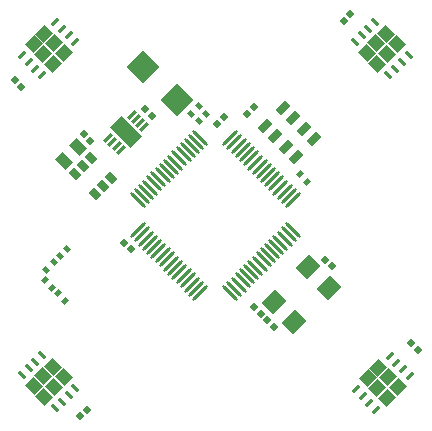
<source format=gbp>
G04 Layer_Color=128*
%FSAX24Y24*%
%MOIN*%
G70*
G01*
G75*
G04:AMPARAMS|DCode=10|XSize=21.7mil|YSize=17.7mil|CornerRadius=0mil|HoleSize=0mil|Usage=FLASHONLY|Rotation=45.000|XOffset=0mil|YOffset=0mil|HoleType=Round|Shape=Rectangle|*
%AMROTATEDRECTD10*
4,1,4,-0.0014,-0.0139,-0.0139,-0.0014,0.0014,0.0139,0.0139,0.0014,-0.0014,-0.0139,0.0*
%
%ADD10ROTATEDRECTD10*%

%ADD11P,0.0290X4X270.0*%
%ADD12P,0.0290X4X360.0*%
G04:AMPARAMS|DCode=19|XSize=21.7mil|YSize=17.7mil|CornerRadius=0mil|HoleSize=0mil|Usage=FLASHONLY|Rotation=315.000|XOffset=0mil|YOffset=0mil|HoleType=Round|Shape=Rectangle|*
%AMROTATEDRECTD19*
4,1,4,-0.0139,0.0014,-0.0014,0.0139,0.0139,-0.0014,0.0014,-0.0139,-0.0139,0.0014,0.0*
%
%ADD19ROTATEDRECTD19*%

G04:AMPARAMS|DCode=43|XSize=13.8mil|YSize=29.5mil|CornerRadius=0mil|HoleSize=0mil|Usage=FLASHONLY|Rotation=45.000|XOffset=0mil|YOffset=0mil|HoleType=Round|Shape=Rectangle|*
%AMROTATEDRECTD43*
4,1,4,0.0056,-0.0153,-0.0153,0.0056,-0.0056,0.0153,0.0153,-0.0056,0.0056,-0.0153,0.0*
%
%ADD43ROTATEDRECTD43*%

G04:AMPARAMS|DCode=45|XSize=13.8mil|YSize=29.5mil|CornerRadius=0mil|HoleSize=0mil|Usage=FLASHONLY|Rotation=135.000|XOffset=0mil|YOffset=0mil|HoleType=Round|Shape=Rectangle|*
%AMROTATEDRECTD45*
4,1,4,0.0153,0.0056,-0.0056,-0.0153,-0.0153,-0.0056,0.0056,0.0153,0.0153,0.0056,0.0*
%
%ADD45ROTATEDRECTD45*%

G04:AMPARAMS|DCode=46|XSize=43.3mil|YSize=23.6mil|CornerRadius=0mil|HoleSize=0mil|Usage=FLASHONLY|Rotation=225.000|XOffset=0mil|YOffset=0mil|HoleType=Round|Shape=Rectangle|*
%AMROTATEDRECTD46*
4,1,4,0.0070,0.0237,0.0237,0.0070,-0.0070,-0.0237,-0.0237,-0.0070,0.0070,0.0237,0.0*
%
%ADD46ROTATEDRECTD46*%

%ADD47P,0.1114X4X90.0*%
G04:AMPARAMS|DCode=48|XSize=96.1mil|YSize=55.1mil|CornerRadius=0mil|HoleSize=0mil|Usage=FLASHONLY|Rotation=135.000|XOffset=0mil|YOffset=0mil|HoleType=Round|Shape=Rectangle|*
%AMROTATEDRECTD48*
4,1,4,0.0535,-0.0145,0.0145,-0.0535,-0.0535,0.0145,-0.0145,0.0535,0.0535,-0.0145,0.0*
%
%ADD48ROTATEDRECTD48*%

G04:AMPARAMS|DCode=49|XSize=9.8mil|YSize=35.4mil|CornerRadius=0mil|HoleSize=0mil|Usage=FLASHONLY|Rotation=135.000|XOffset=0mil|YOffset=0mil|HoleType=Round|Shape=Rectangle|*
%AMROTATEDRECTD49*
4,1,4,0.0160,0.0090,-0.0090,-0.0160,-0.0160,-0.0090,0.0090,0.0160,0.0160,0.0090,0.0*
%
%ADD49ROTATEDRECTD49*%

G04:AMPARAMS|DCode=50|XSize=23.6mil|YSize=35.4mil|CornerRadius=0mil|HoleSize=0mil|Usage=FLASHONLY|Rotation=45.000|XOffset=0mil|YOffset=0mil|HoleType=Round|Shape=Rectangle|*
%AMROTATEDRECTD50*
4,1,4,0.0042,-0.0209,-0.0209,0.0042,-0.0042,0.0209,0.0209,-0.0042,0.0042,-0.0209,0.0*
%
%ADD50ROTATEDRECTD50*%

G04:AMPARAMS|DCode=51|XSize=51.2mil|YSize=33.5mil|CornerRadius=0mil|HoleSize=0mil|Usage=FLASHONLY|Rotation=135.000|XOffset=0mil|YOffset=0mil|HoleType=Round|Shape=Rectangle|*
%AMROTATEDRECTD51*
4,1,4,0.0299,-0.0063,0.0063,-0.0299,-0.0299,0.0063,-0.0063,0.0299,0.0299,-0.0063,0.0*
%
%ADD51ROTATEDRECTD51*%

G04:AMPARAMS|DCode=52|XSize=11.8mil|YSize=70.9mil|CornerRadius=0mil|HoleSize=0mil|Usage=FLASHONLY|Rotation=135.000|XOffset=0mil|YOffset=0mil|HoleType=Round|Shape=Round|*
%AMOVALD52*
21,1,0.0591,0.0118,0.0000,0.0000,225.0*
1,1,0.0118,0.0209,0.0209*
1,1,0.0118,-0.0209,-0.0209*
%
%ADD52OVALD52*%

G04:AMPARAMS|DCode=53|XSize=11.8mil|YSize=70.9mil|CornerRadius=0mil|HoleSize=0mil|Usage=FLASHONLY|Rotation=45.000|XOffset=0mil|YOffset=0mil|HoleType=Round|Shape=Round|*
%AMOVALD53*
21,1,0.0591,0.0118,0.0000,0.0000,135.0*
1,1,0.0118,0.0209,-0.0209*
1,1,0.0118,-0.0209,0.0209*
%
%ADD53OVALD53*%

G04:AMPARAMS|DCode=54|XSize=63mil|YSize=55mil|CornerRadius=0mil|HoleSize=0mil|Usage=FLASHONLY|Rotation=45.000|XOffset=0mil|YOffset=0mil|HoleType=Round|Shape=Rectangle|*
%AMROTATEDRECTD54*
4,1,4,-0.0028,-0.0417,-0.0417,-0.0028,0.0028,0.0417,0.0417,0.0028,-0.0028,-0.0417,0.0*
%
%ADD54ROTATEDRECTD54*%

G04:AMPARAMS|DCode=104|XSize=42.9mil|YSize=38.2mil|CornerRadius=0mil|HoleSize=0mil|Usage=FLASHONLY|Rotation=135.000|XOffset=0mil|YOffset=0mil|HoleType=Round|Shape=Rectangle|*
%AMROTATEDRECTD104*
4,1,4,0.0287,-0.0017,0.0017,-0.0287,-0.0287,0.0017,-0.0017,0.0287,0.0287,-0.0017,0.0*
%
%ADD104ROTATEDRECTD104*%

G04:AMPARAMS|DCode=105|XSize=42.9mil|YSize=38.2mil|CornerRadius=0mil|HoleSize=0mil|Usage=FLASHONLY|Rotation=225.000|XOffset=0mil|YOffset=0mil|HoleType=Round|Shape=Rectangle|*
%AMROTATEDRECTD105*
4,1,4,0.0017,0.0287,0.0287,0.0017,-0.0017,-0.0287,-0.0287,-0.0017,0.0017,0.0287,0.0*
%
%ADD105ROTATEDRECTD105*%

D10*
X045249Y026152D02*
D03*
X044998Y026403D02*
D03*
X044574Y026827D02*
D03*
X044824Y026577D02*
D03*
X053059Y030363D02*
D03*
X053310Y030112D02*
D03*
D11*
X047427Y027863D02*
D03*
X047204Y028086D02*
D03*
X053922Y027520D02*
D03*
X054144Y027298D02*
D03*
X052200Y025282D02*
D03*
X051977Y025505D02*
D03*
X051553Y025929D02*
D03*
X051776Y025707D02*
D03*
X046083Y031470D02*
D03*
X045861Y031692D02*
D03*
X047911Y032541D02*
D03*
X048134Y032318D02*
D03*
X043563Y033495D02*
D03*
X043785Y033273D02*
D03*
X057008Y024505D02*
D03*
X056785Y024727D02*
D03*
D12*
X051305Y032389D02*
D03*
X051528Y032612D02*
D03*
X050315Y032035D02*
D03*
X050538Y032258D02*
D03*
X045746Y022295D02*
D03*
X045969Y022517D02*
D03*
X054754Y035705D02*
D03*
X054531Y035483D02*
D03*
D19*
X044860Y027428D02*
D03*
X044609Y027178D02*
D03*
X045069Y027637D02*
D03*
X045319Y027888D02*
D03*
X049700Y032127D02*
D03*
X049951Y032378D02*
D03*
X049453Y032375D02*
D03*
X049704Y032625D02*
D03*
D43*
X043808Y023672D02*
D03*
X044031Y023895D02*
D03*
X044254Y024117D02*
D03*
X044476Y024340D02*
D03*
X044922Y022558D02*
D03*
X045145Y022781D02*
D03*
X045367Y023004D02*
D03*
X045590Y023226D02*
D03*
X056692Y034328D02*
D03*
X056469Y034105D02*
D03*
X056246Y033883D02*
D03*
X056024Y033660D02*
D03*
X055578Y035442D02*
D03*
X055355Y035219D02*
D03*
X055133Y034996D02*
D03*
X054910Y034773D02*
D03*
D45*
X055613Y022523D02*
D03*
X055391Y022746D02*
D03*
X055168Y022968D02*
D03*
X054945Y023191D02*
D03*
X056727Y023637D02*
D03*
X056504Y023859D02*
D03*
X056282Y024082D02*
D03*
X056059Y024305D02*
D03*
X044922Y035442D02*
D03*
X045145Y035219D02*
D03*
X045367Y034996D02*
D03*
X045590Y034773D02*
D03*
X043808Y034328D02*
D03*
X044031Y034105D02*
D03*
X044254Y033883D02*
D03*
X044476Y033660D02*
D03*
D46*
X052857Y032238D02*
D03*
X053205Y031890D02*
D03*
X052509Y032586D02*
D03*
X053553Y031542D02*
D03*
X052941Y030930D02*
D03*
X051897Y031973D02*
D03*
X052593Y031277D02*
D03*
X052245Y031625D02*
D03*
D47*
X047855Y033941D02*
D03*
X048968Y032827D02*
D03*
D48*
X047280Y031758D02*
D03*
D49*
X047101Y031161D02*
D03*
X046961Y031300D02*
D03*
X046822Y031439D02*
D03*
X046683Y031578D02*
D03*
X047877Y031937D02*
D03*
X047738Y032076D02*
D03*
X047599Y032216D02*
D03*
X047460Y032355D02*
D03*
D50*
X046783Y030239D02*
D03*
X046518Y029974D02*
D03*
X046254Y029710D02*
D03*
X045586Y030378D02*
D03*
X045850Y030642D02*
D03*
X046115Y030907D02*
D03*
D51*
X045205Y030814D02*
D03*
X045678Y031287D02*
D03*
D52*
X052839Y029501D02*
D03*
X052700Y029640D02*
D03*
X052561Y029779D02*
D03*
X052421Y029919D02*
D03*
X052282Y030058D02*
D03*
X052143Y030197D02*
D03*
X052004Y030336D02*
D03*
X051865Y030475D02*
D03*
X051725Y030615D02*
D03*
X051586Y030754D02*
D03*
X051447Y030893D02*
D03*
X051308Y031032D02*
D03*
X051169Y031171D02*
D03*
X051029Y031311D02*
D03*
X050890Y031450D02*
D03*
X050751Y031589D02*
D03*
X047661Y028499D02*
D03*
X047800Y028360D02*
D03*
X047939Y028221D02*
D03*
X048079Y028081D02*
D03*
X048218Y027942D02*
D03*
X048357Y027803D02*
D03*
X048496Y027664D02*
D03*
X048635Y027525D02*
D03*
X048775Y027385D02*
D03*
X048914Y027246D02*
D03*
X049053Y027107D02*
D03*
X049192Y026968D02*
D03*
X049331Y026829D02*
D03*
X049471Y026689D02*
D03*
X049610Y026550D02*
D03*
X049749Y026411D02*
D03*
D53*
Y031589D02*
D03*
X049610Y031450D02*
D03*
X049471Y031311D02*
D03*
X049331Y031171D02*
D03*
X049192Y031032D02*
D03*
X049053Y030893D02*
D03*
X048914Y030754D02*
D03*
X048775Y030615D02*
D03*
X048635Y030475D02*
D03*
X048496Y030336D02*
D03*
X048357Y030197D02*
D03*
X048218Y030058D02*
D03*
X048079Y029919D02*
D03*
X047939Y029779D02*
D03*
X047800Y029640D02*
D03*
X047661Y029501D02*
D03*
X050751Y026411D02*
D03*
X050890Y026550D02*
D03*
X051029Y026689D02*
D03*
X051169Y026829D02*
D03*
X051308Y026968D02*
D03*
X051447Y027107D02*
D03*
X051586Y027246D02*
D03*
X051725Y027385D02*
D03*
X051865Y027525D02*
D03*
X052004Y027664D02*
D03*
X052143Y027803D02*
D03*
X052282Y027942D02*
D03*
X052421Y028081D02*
D03*
X052561Y028221D02*
D03*
X052700Y028360D02*
D03*
X052839Y028499D02*
D03*
D54*
X053354Y027261D02*
D03*
X052202Y026108D02*
D03*
X052873Y025436D02*
D03*
X054026Y026589D02*
D03*
D104*
X044194Y023303D02*
D03*
X044520Y023629D02*
D03*
X044845Y023954D02*
D03*
X044553Y022944D02*
D03*
X044879Y023270D02*
D03*
X045204Y023595D02*
D03*
X056306Y034697D02*
D03*
X055980Y034371D02*
D03*
X055655Y034046D02*
D03*
X055947Y035056D02*
D03*
X055621Y034730D02*
D03*
X055296Y034405D02*
D03*
D105*
X055982Y022909D02*
D03*
X055657Y023234D02*
D03*
X055331Y023560D02*
D03*
X056341Y023268D02*
D03*
X056016Y023593D02*
D03*
X055690Y023919D02*
D03*
X044553Y035056D02*
D03*
X044879Y034730D02*
D03*
X045204Y034405D02*
D03*
X044194Y034697D02*
D03*
X044520Y034371D02*
D03*
X044845Y034046D02*
D03*
M02*

</source>
